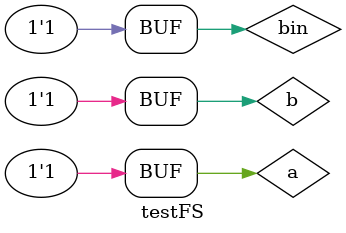
<source format=v>
module testFS();
reg a,b,bin;
wire d,bout;
designFS fs(a,b,bin,d,bout);
initial begin
$display("A\tB\tBorrow In\tDifference\tBorrow Out");
$monitor("%b\t%b\t%b\t%b\t%b",a,b,bin,d,bout);
$dumpfile("FS.vcd");
$dumpvars(1);
a=0;b=0;bin=0;#10;
a=0;b=0;bin=1;#10;
a=0;b=1;bin=0;#10;
a=0;b=1;bin=1;#10;
a=1;b=0;bin=0;#10;
a=1;b=0;bin=1;#10;
a=1;b=1;bin=0;#10;
a=1;b=1;bin=1;#10;
end;
endmodule

</source>
